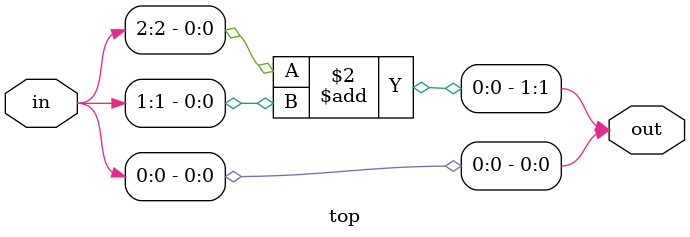
<source format=sv>
module top (
  input [2:0] in,
  output reg [1:0] out
);

  always @*
  begin
    out[1] = in[2] + in[1];
    out[0] = in[0];
  end

endmodule

</source>
